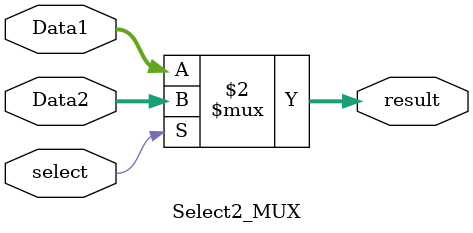
<source format=v>
`timescale 1ns / 1ps

//2Ñ¡1Ñ¡ÔñÆ÷,¿ÉÓÃÀ´Ñ¡ÔñALUµÚ¶þ¸öÊäÈë¡¢DB¡¢Ð´Èë¼Ä´æÆ÷Êý¾Ý
module Select2_MUX(
    input select,       //ALUSrcB¡¢DBDataSrc¡¢WrRegDSrc
    input [31:0]Data1,  //À´×Ô¼Ä´æÆ÷¶ÑÊä³ö¡¢ALUÔËËã½á¹û¡¢PC + 4
    input [31:0]Data2,  //À´×ÔÀ©Õ¹µÄÁ¢¼´Êý¡¢´æ´¢Æ÷Êä³ö¡¢DB
    output [31:0]result
    );
    assign result = (select == 0 ? Data1 : Data2);
endmodule

</source>
